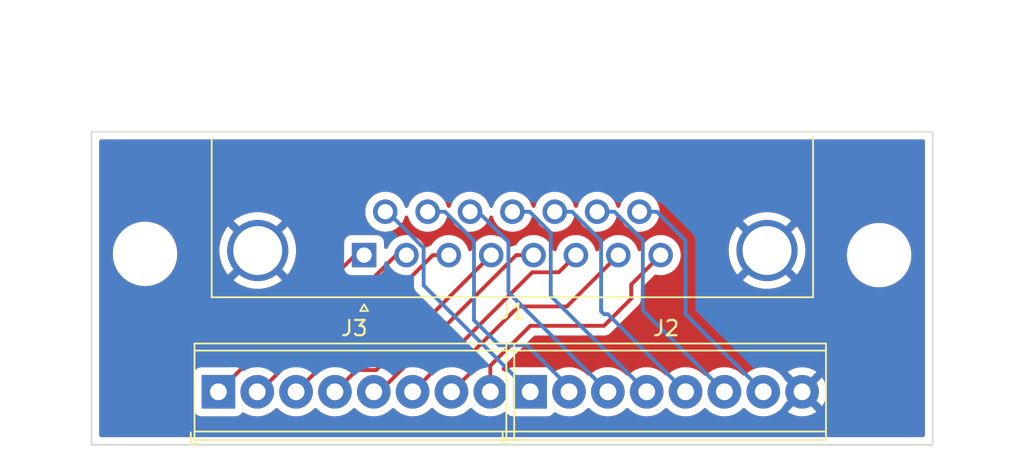
<source format=kicad_pcb>
(kicad_pcb (version 20211014) (generator pcbnew)
  (layers (0 "F.Cu" signal) (31 "B.Cu" signal) (34 "B.Paste" user) (35 "F.Paste" user) (36 "B.SilkS" user "B.Silkscreen") (37 "F.SilkS" user "F.Silkscreen") (38 "B.Mask" user) (39 "F.Mask" user) (44 "Edge.Cuts" user))
  (net 0 "")
  (net 1 "/_1")
  (net 2 "/_2")
  (net 3 "/_3")
  (net 4 "/_4")
  (net 5 "/_5")
  (net 6 "/_6")
  (net 7 "/_7")
  (net 8 "/_8")
  (net 9 "/_9")
  (net 10 "/_10")
  (net 11 "/_11")
  (net 12 "/_12")
  (net 13 "/_13")
  (net 14 "/_14")
  (net 15 "/_15")
  (net 16 "GND")
  (footprint "MountingHole:MountingHole_3.2mm_M3" (layer "F.Cu") (at 161.5 88.080331)
    (fp_text reference "REF**" hide)
    (fp_text value "MountingHole_3.2mm_M3")
    (pad "" np_thru_hole circle (at 0 0) (size 3.2 3.2) (drill 3.2) (layers *.Cu *.Mask))
  )
  (footprint "Connector_Dsub:DSUB-15_Female_Horizontal_P2.77x2.84mm_EdgePinOffset4.94mm_Housed_MountingHolesOffset7.48mm" (layer "F.Cu") (at 127.825 88.080331 180)
    (fp_text reference "J1" (at -9.695 -3.7) (layer "F.SilkS"))
    (fp_text value "DB15_Female_MountingHoles")
    (fp_line (start -0.25 -3.654338) (end 0.25 -3.654338) (layer "F.SilkS") (width 0.12))
    (fp_line (start -29.355 7.72) (end -29.355 -2.76) (layer "F.SilkS") (width 0.12))
    (fp_line (start 0.25 -3.654338) (end 0 -3.221325) (layer "F.SilkS") (width 0.12))
    (fp_line (start 9.965 -2.76) (end 9.965 7.72) (layer "F.SilkS") (width 0.12))
    (fp_line (start 0 -3.221325) (end -0.25 -3.654338) (layer "F.SilkS") (width 0.12))
    (fp_line (start -29.355 -2.76) (end 9.965 -2.76) (layer "F.SilkS") (width 0.12))
    (pad "0" thru_hole circle (at 6.955 0.3 180) (size 4 4) (drill 3.2) (layers *.Cu *.Mask) (net 16 "GND"))
    (pad "0" thru_hole circle (at -26.345 0.3 180) (size 4 4) (drill 3.2) (layers *.Cu *.Mask) (net 16 "GND"))
    (pad "1" thru_hole rect (at 0 0 180) (size 1.6 1.6) (drill 1) (layers *.Cu *.Mask) (net 1 "/_1"))
    (pad "2" thru_hole circle (at -2.77 0 180) (size 1.6 1.6) (drill 1) (layers *.Cu *.Mask) (net 2 "/_2"))
    (pad "3" thru_hole circle (at -5.54 0 180) (size 1.6 1.6) (drill 1) (layers *.Cu *.Mask) (net 3 "/_3"))
    (pad "4" thru_hole circle (at -8.31 0 180) (size 1.6 1.6) (drill 1) (layers *.Cu *.Mask) (net 4 "/_4"))
    (pad "5" thru_hole circle (at -11.08 0 180) (size 1.6 1.6) (drill 1) (layers *.Cu *.Mask) (net 5 "/_5"))
    (pad "6" thru_hole circle (at -13.85 0 180) (size 1.6 1.6) (drill 1) (layers *.Cu *.Mask) (net 6 "/_6"))
    (pad "7" thru_hole circle (at -16.62 0 180) (size 1.6 1.6) (drill 1) (layers *.Cu *.Mask) (net 7 "/_7"))
    (pad "8" thru_hole circle (at -19.39 0 180) (size 1.6 1.6) (drill 1) (layers *.Cu *.Mask) (net 8 "/_8"))
    (pad "9" thru_hole circle (at -1.385 2.84 180) (size 1.6 1.6) (drill 1) (layers *.Cu *.Mask) (net 9 "/_9"))
    (pad "10" thru_hole circle (at -4.155 2.84 180) (size 1.6 1.6) (drill 1) (layers *.Cu *.Mask) (net 10 "/_10"))
    (pad "11" thru_hole circle (at -6.925 2.84 180) (size 1.6 1.6) (drill 1) (layers *.Cu *.Mask) (net 11 "/_11"))
    (pad "12" thru_hole circle (at -9.695 2.84 180) (size 1.6 1.6) (drill 1) (layers *.Cu *.Mask) (net 12 "/_12"))
    (pad "13" thru_hole circle (at -12.465 2.84 180) (size 1.6 1.6) (drill 1) (layers *.Cu *.Mask) (net 13 "/_13"))
    (pad "14" thru_hole circle (at -15.235 2.84 180) (size 1.6 1.6) (drill 1) (layers *.Cu *.Mask) (net 14 "/_14"))
    (pad "15" thru_hole circle (at -18.005 2.84 180) (size 1.6 1.6) (drill 1) (layers *.Cu *.Mask) (net 15 "/_15"))
  )
  (footprint "TerminalBlock_Phoenix:TerminalBlock_Phoenix_MPT-0,5-8-2.54_1x08_P2.54mm_Horizontal" (layer "F.Cu") (at 138.684 97.028)
    (fp_text reference "J2" (at 8.89 -4.16) (layer "F.SilkS"))
    (fp_text value "Screw_Terminal_01x08")
    (fp_line (start -1.8 3.4) (end -1.3 3.4) (layer "F.SilkS") (width 0.12))
    (fp_line (start -1.56 -2.7) (end 19.341 -2.7) (layer "F.SilkS") (width 0.12))
    (fp_line (start -1.56 3.16) (end 19.341 3.16) (layer "F.SilkS") (width 0.12))
    (fp_line (start -1.8 2.66) (end -1.8 3.4) (layer "F.SilkS") (width 0.12))
    (fp_line (start -1.56 -3.16) (end -1.56 3.16) (layer "F.SilkS") (width 0.12))
    (fp_line (start 19.341 -3.16) (end 19.341 3.16) (layer "F.SilkS") (width 0.12))
    (fp_line (start -1.56 2.6) (end 19.341 2.6) (layer "F.SilkS") (width 0.12))
    (fp_line (start -1.56 -3.16) (end 19.341 -3.16) (layer "F.SilkS") (width 0.12))
    (pad "1" thru_hole rect (at 0 0) (size 2.2 2.2) (drill 1.1) (layers *.Cu *.Mask) (net 9 "/_9"))
    (pad "2" thru_hole circle (at 2.54 0) (size 2.2 2.2) (drill 1.1) (layers *.Cu *.Mask) (net 10 "/_10"))
    (pad "3" thru_hole circle (at 5.08 0) (size 2.2 2.2) (drill 1.1) (layers *.Cu *.Mask) (net 11 "/_11"))
    (pad "4" thru_hole circle (at 7.62 0) (size 2.2 2.2) (drill 1.1) (layers *.Cu *.Mask) (net 12 "/_12"))
    (pad "5" thru_hole circle (at 10.16 0) (size 2.2 2.2) (drill 1.1) (layers *.Cu *.Mask) (net 13 "/_13"))
    (pad "6" thru_hole circle (at 12.7 0) (size 2.2 2.2) (drill 1.1) (layers *.Cu *.Mask) (net 14 "/_14"))
    (pad "7" thru_hole circle (at 15.24 0) (size 2.2 2.2) (drill 1.1) (layers *.Cu *.Mask) (net 15 "/_15"))
    (pad "8" thru_hole circle (at 17.78 0) (size 2.2 2.2) (drill 1.1) (layers *.Cu *.Mask) (net 16 "GND"))
  )
  (footprint "TerminalBlock_Phoenix:TerminalBlock_Phoenix_MPT-0,5-8-2.54_1x08_P2.54mm_Horizontal" (layer "F.Cu") (at 118.296 97.028)
    (fp_text reference "J3" (at 8.89 -4.16) (layer "F.SilkS"))
    (fp_text value "Screw_Terminal_01x08")
    (fp_line (start -1.56 -2.7) (end 19.341 -2.7) (layer "F.SilkS") (width 0.12))
    (fp_line (start -1.56 2.6) (end 19.341 2.6) (layer "F.SilkS") (width 0.12))
    (fp_line (start -1.56 -3.16) (end 19.341 -3.16) (layer "F.SilkS") (width 0.12))
    (fp_line (start -1.56 3.16) (end 19.341 3.16) (layer "F.SilkS") (width 0.12))
    (fp_line (start 19.341 -3.16) (end 19.341 3.16) (layer "F.SilkS") (width 0.12))
    (fp_line (start -1.56 -3.16) (end -1.56 3.16) (layer "F.SilkS") (width 0.12))
    (fp_line (start -1.8 2.66) (end -1.8 3.4) (layer "F.SilkS") (width 0.12))
    (fp_line (start -1.8 3.4) (end -1.3 3.4) (layer "F.SilkS") (width 0.12))
    (pad "1" thru_hole rect (at 0 0) (size 2.2 2.2) (drill 1.1) (layers *.Cu *.Mask) (net 1 "/_1"))
    (pad "2" thru_hole circle (at 2.54 0) (size 2.2 2.2) (drill 1.1) (layers *.Cu *.Mask) (net 2 "/_2"))
    (pad "3" thru_hole circle (at 5.08 0) (size 2.2 2.2) (drill 1.1) (layers *.Cu *.Mask) (net 3 "/_3"))
    (pad "4" thru_hole circle (at 7.62 0) (size 2.2 2.2) (drill 1.1) (layers *.Cu *.Mask) (net 4 "/_4"))
    (pad "5" thru_hole circle (at 10.16 0) (size 2.2 2.2) (drill 1.1) (layers *.Cu *.Mask) (net 5 "/_5"))
    (pad "6" thru_hole circle (at 12.7 0) (size 2.2 2.2) (drill 1.1) (layers *.Cu *.Mask) (net 6 "/_6"))
    (pad "7" thru_hole circle (at 15.24 0) (size 2.2 2.2) (drill 1.1) (layers *.Cu *.Mask) (net 7 "/_7"))
    (pad "8" thru_hole circle (at 17.78 0) (size 2.2 2.2) (drill 1.1) (layers *.Cu *.Mask) (net 8 "/_8"))
  )
  (footprint "MountingHole:MountingHole_3.2mm_M3" (layer "F.Cu") (at 113.5 88)
    (fp_text reference "REF**" hide)
    (fp_text value "MountingHole_3.2mm_M3")
    (pad "" np_thru_hole circle (at 0 0) (size 3.2 3.2) (drill 3.2) (layers *.Cu *.Mask))
  )
  (gr_rect (start 165 100.5) (end 110 80) (layer "Edge.Cuts") (width 0.1) (fill none))
  (segment (start 118.296 97.028) (end 127.243669 88.080331) (width 0.25) (layer "F.Cu") (net 1))
  (segment (start 127.243669 88.080331) (end 127.825 88.080331) (width 0.25) (layer "F.Cu") (net 1))
  (segment (start 129.919669 88.080331) (end 130.595 88.080331) (width 0.25) (layer "F.Cu") (net 2))
  (segment (start 120.972 97.028) (end 129.919669 88.080331) (width 0.25) (layer "F.Cu") (net 2))
  (segment (start 120.836 97.028) (end 120.972 97.028) (width 0.25) (layer "F.Cu") (net 2))
  (segment (start 132.323669 88.080331) (end 133.365 88.080331) (width 0.25) (layer "F.Cu") (net 3))
  (segment (start 123.376 97.028) (end 132.323669 88.080331) (width 0.25) (layer "F.Cu") (net 3))
  (segment (start 128.611842 95.603489) (end 136.135 88.080331) (width 0.25) (layer "F.Cu") (net 4))
  (segment (start 127.340511 95.603489) (end 128.611842 95.603489) (width 0.25) (layer "F.Cu") (net 4))
  (segment (start 125.916 97.028) (end 127.340511 95.603489) (width 0.25) (layer "F.Cu") (net 4))
  (segment (start 137.77363 88.080331) (end 128.825961 97.028) (width 0.25) (layer "F.Cu") (net 5))
  (segment (start 138.905 88.080331) (end 137.77363 88.080331) (width 0.25) (layer "F.Cu") (net 5))
  (segment (start 128.825961 97.028) (end 128.456 97.028) (width 0.25) (layer "F.Cu") (net 5))
  (segment (start 138.819158 89.204842) (end 140.550489 89.204842) (width 0.25) (layer "F.Cu") (net 6))
  (segment (start 140.550489 89.204842) (end 141.675 88.080331) (width 0.25) (layer "F.Cu") (net 6))
  (segment (start 130.996 97.028) (end 138.819158 89.204842) (width 0.25) (layer "F.Cu") (net 6))
  (segment (start 137.922 91.44) (end 141.085331 91.44) (width 0.25) (layer "F.Cu") (net 7))
  (segment (start 134.960511 94.401489) (end 137.922 91.44) (width 0.25) (layer "F.Cu") (net 7))
  (segment (start 133.536 97.028) (end 134.960511 95.603489) (width 0.25) (layer "F.Cu") (net 7))
  (segment (start 141.085331 91.44) (end 144.445 88.080331) (width 0.25) (layer "F.Cu") (net 7))
  (segment (start 134.960511 95.603489) (end 134.960511 94.401489) (width 0.25) (layer "F.Cu") (net 7))
  (segment (start 145.288 90.932) (end 145.288 90.007331) (width 0.25) (layer "F.Cu") (net 8))
  (segment (start 136.076 95.318) (end 138.684 92.71) (width 0.25) (layer "F.Cu") (net 8))
  (segment (start 143.51 92.71) (end 145.288 90.932) (width 0.25) (layer "F.Cu") (net 8))
  (segment (start 136.076 97.028) (end 136.076 95.318) (width 0.25) (layer "F.Cu") (net 8))
  (segment (start 138.684 92.71) (end 143.51 92.71) (width 0.25) (layer "F.Cu") (net 8))
  (segment (start 145.288 90.007331) (end 147.215 88.080331) (width 0.25) (layer "F.Cu") (net 8))
  (segment (start 131.719511 90.063511) (end 131.719511 87.614542) (width 0.25) (layer "B.Cu") (net 9))
  (segment (start 129.3453 85.240331) (end 129.21 85.240331) (width 0.25) (layer "B.Cu") (net 9))
  (segment (start 131.719511 87.614542) (end 129.3453 85.240331) (width 0.25) (layer "B.Cu") (net 9))
  (segment (start 138.684 97.028) (end 131.719511 90.063511) (width 0.25) (layer "B.Cu") (net 9))
  (segment (start 135.010489 87.13945) (end 135.010489 92.338489) (width 0.25) (layer "B.Cu") (net 10))
  (segment (start 138.485022 93.98) (end 141.224 96.718978) (width 0.25) (layer "B.Cu") (net 10))
  (segment (start 133.11137 85.240331) (end 135.010489 87.13945) (width 0.25) (layer "B.Cu") (net 10))
  (segment (start 136.652 93.98) (end 138.485022 93.98) (width 0.25) (layer "B.Cu") (net 10))
  (segment (start 135.010489 92.338489) (end 136.652 93.98) (width 0.25) (layer "B.Cu") (net 10))
  (segment (start 141.224 96.718978) (end 141.224 97.028) (width 0.25) (layer "B.Cu") (net 10))
  (segment (start 131.98 85.240331) (end 133.11137 85.240331) (width 0.25) (layer "B.Cu") (net 10))
  (segment (start 135.278331 85.240331) (end 134.75 85.240331) (width 0.25) (layer "B.Cu") (net 11))
  (segment (start 137.259511 87.221511) (end 135.278331 85.240331) (width 0.25) (layer "B.Cu") (net 11))
  (segment (start 137.259511 90.523511) (end 137.259511 87.221511) (width 0.25) (layer "B.Cu") (net 11))
  (segment (start 143.764 97.028) (end 137.259511 90.523511) (width 0.25) (layer "B.Cu") (net 11))
  (segment (start 140.029511 86.618472) (end 138.65137 85.240331) (width 0.25) (layer "B.Cu") (net 12))
  (segment (start 146.304 97.028) (end 140.029511 90.753511) (width 0.25) (layer "B.Cu") (net 12))
  (segment (start 140.029511 90.753511) (end 140.029511 86.618472) (width 0.25) (layer "B.Cu") (net 12))
  (segment (start 138.65137 85.240331) (end 137.52 85.240331) (width 0.25) (layer "B.Cu") (net 12))
  (segment (start 141.42137 85.240331) (end 143.320489 87.13945) (width 0.25) (layer "B.Cu") (net 13))
  (segment (start 143.320489 91.758489) (end 143.51 91.948) (width 0.25) (layer "B.Cu") (net 13))
  (segment (start 143.764 91.948) (end 148.844 97.028) (width 0.25) (layer "B.Cu") (net 13))
  (segment (start 140.29 85.240331) (end 141.42137 85.240331) (width 0.25) (layer "B.Cu") (net 13))
  (segment (start 143.51 91.948) (end 143.764 91.948) (width 0.25) (layer "B.Cu") (net 13))
  (segment (start 143.320489 87.13945) (end 143.320489 91.758489) (width 0.25) (layer "B.Cu") (net 13))
  (segment (start 146.05 87.098961) (end 146.05 91.694) (width 0.25) (layer "B.Cu") (net 14))
  (segment (start 144.19137 85.240331) (end 146.05 87.098961) (width 0.25) (layer "B.Cu") (net 14))
  (segment (start 143.06 85.240331) (end 144.19137 85.240331) (width 0.25) (layer "B.Cu") (net 14))
  (segment (start 146.05 91.694) (end 151.384 97.028) (width 0.25) (layer "B.Cu") (net 14))
  (segment (start 146.96137 85.240331) (end 145.83 85.240331) (width 0.25) (layer "B.Cu") (net 15))
  (segment (start 148.844 91.948) (end 148.844 87.122961) (width 0.25) (layer "B.Cu") (net 15))
  (segment (start 153.924 97.028) (end 148.844 91.948) (width 0.25) (layer "B.Cu") (net 15))
  (segment (start 148.844 87.122961) (end 146.96137 85.240331) (width 0.25) (layer "B.Cu") (net 15))
  (zone (net 16) (net_name "GND") (layers F&B.Cu) (connect_pads (clearance 0.508)) (min_thickness 0.254) (fill yes (thermal_gap 0.508) (thermal_bridge_width 0.508))
    (polygon (pts (xy 166.116 78.486) (xy 165.862 101.346) (xy 108.204 101.346) (xy 108.966 77.978)))
  )
)
</source>
